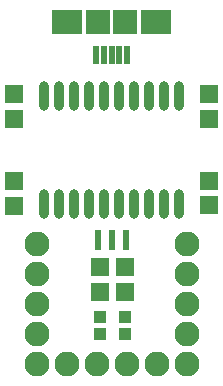
<source format=gts>
%FSLAX25Y25*%
%MOIN*%
G70*
G01*
G75*
G04 Layer_Color=8388736*
%ADD10R,0.07087X0.07480*%
%ADD11R,0.01575X0.05512*%
%ADD12R,0.09055X0.07480*%
%ADD13R,0.05118X0.05118*%
%ADD14R,0.05118X0.05118*%
%ADD15O,0.02362X0.09055*%
%ADD16R,0.03150X0.03150*%
%ADD17R,0.03150X0.03150*%
%ADD18R,0.01181X0.06299*%
%ADD19C,0.00800*%
%ADD20C,0.02000*%
%ADD21C,0.07500*%
%ADD22C,0.03200*%
%ADD23C,0.05000*%
%ADD24R,0.04400X0.04400*%
%ADD25C,0.00984*%
%ADD26C,0.02362*%
%ADD27C,0.00600*%
%ADD28C,0.00787*%
%ADD29C,0.01000*%
%ADD30R,0.07887X0.08280*%
%ADD31R,0.02375X0.06312*%
%ADD32R,0.09855X0.08280*%
%ADD33R,0.05918X0.05918*%
%ADD34R,0.05918X0.05918*%
%ADD35O,0.03162X0.09855*%
%ADD36R,0.03950X0.03950*%
%ADD37R,0.03950X0.03950*%
%ADD38R,0.01981X0.07099*%
%ADD39C,0.08300*%
D30*
X272972Y489221D02*
D03*
X282028D02*
D03*
D31*
X277500Y478000D02*
D03*
X274941D02*
D03*
X280059D02*
D03*
X282618D02*
D03*
X272382D02*
D03*
D32*
X292264Y489221D02*
D03*
X262736D02*
D03*
D33*
X245000Y427732D02*
D03*
Y456732D02*
D03*
X282000Y399232D02*
D03*
X273500D02*
D03*
X310000Y436268D02*
D03*
Y456732D02*
D03*
D34*
X245000Y436000D02*
D03*
Y465000D02*
D03*
X282000Y407500D02*
D03*
X273500D02*
D03*
X310000Y428000D02*
D03*
Y465000D02*
D03*
D35*
X255079Y428587D02*
D03*
X260079D02*
D03*
X265079D02*
D03*
X270079D02*
D03*
X275079D02*
D03*
X280079D02*
D03*
X285079D02*
D03*
X290079D02*
D03*
X295079D02*
D03*
X300079D02*
D03*
X255079Y464413D02*
D03*
X260079D02*
D03*
X265079D02*
D03*
X270079D02*
D03*
X275079D02*
D03*
X280079D02*
D03*
X285079D02*
D03*
X290079D02*
D03*
X295079D02*
D03*
X300079D02*
D03*
D36*
X282000Y385000D02*
D03*
X273500D02*
D03*
D37*
X282000Y390905D02*
D03*
X273500D02*
D03*
D38*
X272776Y416500D02*
D03*
X282224D02*
D03*
X277500D02*
D03*
D39*
X292500Y375000D02*
D03*
X282500D02*
D03*
X262500D02*
D03*
X252500D02*
D03*
X272500D02*
D03*
X302500D02*
D03*
X252500Y405000D02*
D03*
Y385000D02*
D03*
Y395000D02*
D03*
Y415000D02*
D03*
X302500Y395000D02*
D03*
Y415000D02*
D03*
Y405000D02*
D03*
Y385000D02*
D03*
M02*

</source>
